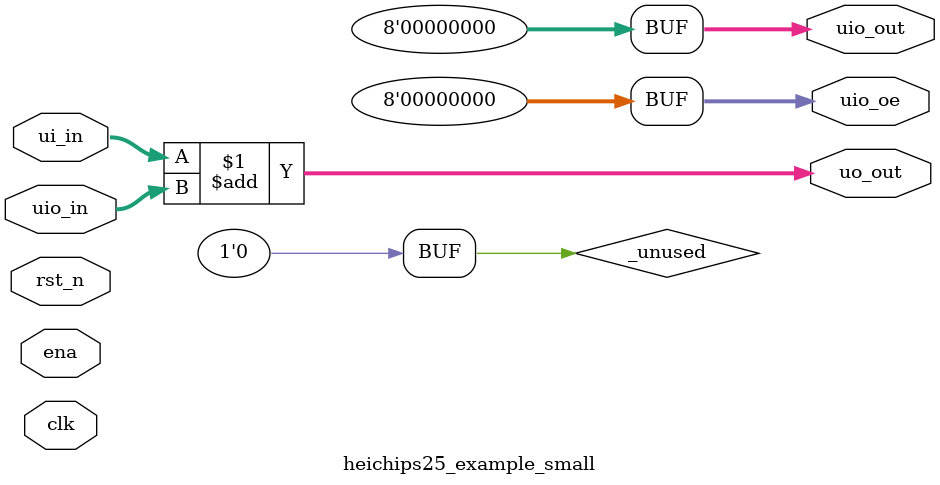
<source format=sv>
/*
 * Copyright (c) 2024 Your Name
 * SPDX-License-Identifier: Apache-2.0
 */

`default_nettype none

module heichips25_example_small (
    input  wire [7:0] ui_in,    // Dedicated inputs
    output wire [7:0] uo_out,   // Dedicated outputs
    input  wire [7:0] uio_in,   // IOs: Input path
    output wire [7:0] uio_out,  // IOs: Output path
    output wire [7:0] uio_oe,   // IOs: Enable path (active high: 0=input, 1=output)
    input  wire       ena,      // always 1 when the design is powered, so you can ignore it
    input  wire       clk,      // clock
    input  wire       rst_n     // reset_n - low to reset
);

  // All output pins must be assigned. If not used, assign to 0.
  assign uo_out  = ui_in + uio_in;  // Example: ou_out is the sum of ui_in and uio_in
  assign uio_out = 0;
  assign uio_oe  = 0;

  // List all unused inputs to prevent warnings
  wire _unused = &{ena, clk, rst_n, 1'b0};

endmodule

</source>
